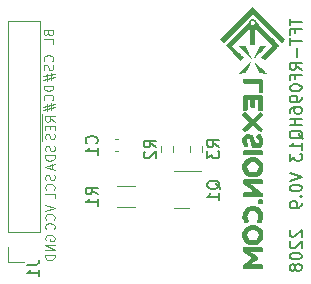
<source format=gbo>
%TF.GenerationSoftware,KiCad,Pcbnew,(6.0.1)*%
%TF.CreationDate,2022-02-20T00:37:46+08:00*%
%TF.ProjectId,PCB_TFT_RF096HQ13,5043425f-5446-4545-9f52-463039364851,V0.9*%
%TF.SameCoordinates,Original*%
%TF.FileFunction,Legend,Bot*%
%TF.FilePolarity,Positive*%
%FSLAX46Y46*%
G04 Gerber Fmt 4.6, Leading zero omitted, Abs format (unit mm)*
G04 Created by KiCad (PCBNEW (6.0.1)) date 2022-02-20 00:37:46*
%MOMM*%
%LPD*%
G01*
G04 APERTURE LIST*
%ADD10C,0.120000*%
%ADD11C,0.150000*%
G04 APERTURE END LIST*
D10*
X104692000Y-58115342D02*
X104692000Y-58915342D01*
X105717904Y-58762961D02*
X105336952Y-58496295D01*
X105717904Y-58305819D02*
X104917904Y-58305819D01*
X104917904Y-58610580D01*
X104956000Y-58686771D01*
X104994095Y-58724866D01*
X105070285Y-58762961D01*
X105184571Y-58762961D01*
X105260761Y-58724866D01*
X105298857Y-58686771D01*
X105336952Y-58610580D01*
X105336952Y-58305819D01*
X104692000Y-58915342D02*
X104692000Y-59639152D01*
X105298857Y-59105819D02*
X105298857Y-59372485D01*
X105717904Y-59486771D02*
X105717904Y-59105819D01*
X104917904Y-59105819D01*
X104917904Y-59486771D01*
X104692000Y-59639152D02*
X104692000Y-60401057D01*
X105679809Y-59791533D02*
X105717904Y-59905819D01*
X105717904Y-60096295D01*
X105679809Y-60172485D01*
X105641714Y-60210580D01*
X105565523Y-60248676D01*
X105489333Y-60248676D01*
X105413142Y-60210580D01*
X105375047Y-60172485D01*
X105336952Y-60096295D01*
X105298857Y-59943914D01*
X105260761Y-59867723D01*
X105222666Y-59829628D01*
X105146476Y-59791533D01*
X105070285Y-59791533D01*
X104994095Y-59829628D01*
X104956000Y-59867723D01*
X104917904Y-59943914D01*
X104917904Y-60134390D01*
X104956000Y-60248676D01*
X104956000Y-68808676D02*
X104917904Y-68732485D01*
X104917904Y-68618200D01*
X104956000Y-68503914D01*
X105032190Y-68427723D01*
X105108380Y-68389628D01*
X105260761Y-68351533D01*
X105375047Y-68351533D01*
X105527428Y-68389628D01*
X105603619Y-68427723D01*
X105679809Y-68503914D01*
X105717904Y-68618200D01*
X105717904Y-68694390D01*
X105679809Y-68808676D01*
X105641714Y-68846771D01*
X105375047Y-68846771D01*
X105375047Y-68694390D01*
X105717904Y-69189628D02*
X104917904Y-69189628D01*
X105717904Y-69646771D01*
X104917904Y-69646771D01*
X105717904Y-70027723D02*
X104917904Y-70027723D01*
X104917904Y-70218200D01*
X104956000Y-70332485D01*
X105032190Y-70408676D01*
X105108380Y-70446771D01*
X105260761Y-70484866D01*
X105375047Y-70484866D01*
X105527428Y-70446771D01*
X105603619Y-70408676D01*
X105679809Y-70332485D01*
X105717904Y-70218200D01*
X105717904Y-70027723D01*
X105514714Y-53644866D02*
X105552809Y-53606771D01*
X105590904Y-53492485D01*
X105590904Y-53416295D01*
X105552809Y-53302009D01*
X105476619Y-53225819D01*
X105400428Y-53187723D01*
X105248047Y-53149628D01*
X105133761Y-53149628D01*
X104981380Y-53187723D01*
X104905190Y-53225819D01*
X104829000Y-53302009D01*
X104790904Y-53416295D01*
X104790904Y-53492485D01*
X104829000Y-53606771D01*
X104867095Y-53644866D01*
X105552809Y-53949628D02*
X105590904Y-54063914D01*
X105590904Y-54254390D01*
X105552809Y-54330580D01*
X105514714Y-54368676D01*
X105438523Y-54406771D01*
X105362333Y-54406771D01*
X105286142Y-54368676D01*
X105248047Y-54330580D01*
X105209952Y-54254390D01*
X105171857Y-54102009D01*
X105133761Y-54025819D01*
X105095666Y-53987723D01*
X105019476Y-53949628D01*
X104943285Y-53949628D01*
X104867095Y-53987723D01*
X104829000Y-54025819D01*
X104790904Y-54102009D01*
X104790904Y-54292485D01*
X104829000Y-54406771D01*
X105057571Y-54711533D02*
X105057571Y-55282961D01*
X104714714Y-54940104D02*
X105743285Y-54711533D01*
X105400428Y-55206771D02*
X105400428Y-54635342D01*
X105743285Y-54978200D02*
X104714714Y-55206771D01*
X105679809Y-60826771D02*
X105717904Y-60941057D01*
X105717904Y-61131533D01*
X105679809Y-61207723D01*
X105641714Y-61245819D01*
X105565523Y-61283914D01*
X105489333Y-61283914D01*
X105413142Y-61245819D01*
X105375047Y-61207723D01*
X105336952Y-61131533D01*
X105298857Y-60979152D01*
X105260761Y-60902961D01*
X105222666Y-60864866D01*
X105146476Y-60826771D01*
X105070285Y-60826771D01*
X104994095Y-60864866D01*
X104956000Y-60902961D01*
X104917904Y-60979152D01*
X104917904Y-61169628D01*
X104956000Y-61283914D01*
X105717904Y-61626771D02*
X104917904Y-61626771D01*
X104917904Y-61817247D01*
X104956000Y-61931533D01*
X105032190Y-62007723D01*
X105108380Y-62045819D01*
X105260761Y-62083914D01*
X105375047Y-62083914D01*
X105527428Y-62045819D01*
X105603619Y-62007723D01*
X105679809Y-61931533D01*
X105717904Y-61817247D01*
X105717904Y-61626771D01*
X105489333Y-62388676D02*
X105489333Y-62769628D01*
X105717904Y-62312485D02*
X104917904Y-62579152D01*
X105717904Y-62845819D01*
X105590904Y-55708676D02*
X104790904Y-55708676D01*
X104790904Y-55899152D01*
X104829000Y-56013438D01*
X104905190Y-56089628D01*
X104981380Y-56127723D01*
X105133761Y-56165819D01*
X105248047Y-56165819D01*
X105400428Y-56127723D01*
X105476619Y-56089628D01*
X105552809Y-56013438D01*
X105590904Y-55899152D01*
X105590904Y-55708676D01*
X105514714Y-56965819D02*
X105552809Y-56927723D01*
X105590904Y-56813438D01*
X105590904Y-56737247D01*
X105552809Y-56622961D01*
X105476619Y-56546771D01*
X105400428Y-56508676D01*
X105248047Y-56470580D01*
X105133761Y-56470580D01*
X104981380Y-56508676D01*
X104905190Y-56546771D01*
X104829000Y-56622961D01*
X104790904Y-56737247D01*
X104790904Y-56813438D01*
X104829000Y-56927723D01*
X104867095Y-56965819D01*
X105057571Y-57270580D02*
X105057571Y-57842009D01*
X104714714Y-57499152D02*
X105743285Y-57270580D01*
X105400428Y-57765819D02*
X105400428Y-57194390D01*
X105743285Y-57537247D02*
X104714714Y-57765819D01*
D11*
X125636380Y-50043771D02*
X125636380Y-50615200D01*
X126636380Y-50329485D02*
X125636380Y-50329485D01*
X126112571Y-51281866D02*
X126112571Y-50948533D01*
X126636380Y-50948533D02*
X125636380Y-50948533D01*
X125636380Y-51424723D01*
X125636380Y-51662819D02*
X125636380Y-52234247D01*
X126636380Y-51948533D02*
X125636380Y-51948533D01*
X126255428Y-52567580D02*
X126255428Y-53329485D01*
X126636380Y-54377104D02*
X126160190Y-54043771D01*
X126636380Y-53805676D02*
X125636380Y-53805676D01*
X125636380Y-54186628D01*
X125684000Y-54281866D01*
X125731619Y-54329485D01*
X125826857Y-54377104D01*
X125969714Y-54377104D01*
X126064952Y-54329485D01*
X126112571Y-54281866D01*
X126160190Y-54186628D01*
X126160190Y-53805676D01*
X126112571Y-55139009D02*
X126112571Y-54805676D01*
X126636380Y-54805676D02*
X125636380Y-54805676D01*
X125636380Y-55281866D01*
X125636380Y-55853295D02*
X125636380Y-55948533D01*
X125684000Y-56043771D01*
X125731619Y-56091390D01*
X125826857Y-56139009D01*
X126017333Y-56186628D01*
X126255428Y-56186628D01*
X126445904Y-56139009D01*
X126541142Y-56091390D01*
X126588761Y-56043771D01*
X126636380Y-55948533D01*
X126636380Y-55853295D01*
X126588761Y-55758057D01*
X126541142Y-55710438D01*
X126445904Y-55662819D01*
X126255428Y-55615200D01*
X126017333Y-55615200D01*
X125826857Y-55662819D01*
X125731619Y-55710438D01*
X125684000Y-55758057D01*
X125636380Y-55853295D01*
X126636380Y-56662819D02*
X126636380Y-56853295D01*
X126588761Y-56948533D01*
X126541142Y-56996152D01*
X126398285Y-57091390D01*
X126207809Y-57139009D01*
X125826857Y-57139009D01*
X125731619Y-57091390D01*
X125684000Y-57043771D01*
X125636380Y-56948533D01*
X125636380Y-56758057D01*
X125684000Y-56662819D01*
X125731619Y-56615200D01*
X125826857Y-56567580D01*
X126064952Y-56567580D01*
X126160190Y-56615200D01*
X126207809Y-56662819D01*
X126255428Y-56758057D01*
X126255428Y-56948533D01*
X126207809Y-57043771D01*
X126160190Y-57091390D01*
X126064952Y-57139009D01*
X125636380Y-57996152D02*
X125636380Y-57805676D01*
X125684000Y-57710438D01*
X125731619Y-57662819D01*
X125874476Y-57567580D01*
X126064952Y-57519961D01*
X126445904Y-57519961D01*
X126541142Y-57567580D01*
X126588761Y-57615200D01*
X126636380Y-57710438D01*
X126636380Y-57900914D01*
X126588761Y-57996152D01*
X126541142Y-58043771D01*
X126445904Y-58091390D01*
X126207809Y-58091390D01*
X126112571Y-58043771D01*
X126064952Y-57996152D01*
X126017333Y-57900914D01*
X126017333Y-57710438D01*
X126064952Y-57615200D01*
X126112571Y-57567580D01*
X126207809Y-57519961D01*
X126636380Y-58519961D02*
X125636380Y-58519961D01*
X126112571Y-58519961D02*
X126112571Y-59091390D01*
X126636380Y-59091390D02*
X125636380Y-59091390D01*
X126731619Y-60234247D02*
X126684000Y-60139009D01*
X126588761Y-60043771D01*
X126445904Y-59900914D01*
X126398285Y-59805676D01*
X126398285Y-59710438D01*
X126636380Y-59758057D02*
X126588761Y-59662819D01*
X126493523Y-59567580D01*
X126303047Y-59519961D01*
X125969714Y-59519961D01*
X125779238Y-59567580D01*
X125684000Y-59662819D01*
X125636380Y-59758057D01*
X125636380Y-59948533D01*
X125684000Y-60043771D01*
X125779238Y-60139009D01*
X125969714Y-60186628D01*
X126303047Y-60186628D01*
X126493523Y-60139009D01*
X126588761Y-60043771D01*
X126636380Y-59948533D01*
X126636380Y-59758057D01*
X126636380Y-61139009D02*
X126636380Y-60567580D01*
X126636380Y-60853295D02*
X125636380Y-60853295D01*
X125779238Y-60758057D01*
X125874476Y-60662819D01*
X125922095Y-60567580D01*
X125636380Y-61472342D02*
X125636380Y-62091390D01*
X126017333Y-61758057D01*
X126017333Y-61900914D01*
X126064952Y-61996152D01*
X126112571Y-62043771D01*
X126207809Y-62091390D01*
X126445904Y-62091390D01*
X126541142Y-62043771D01*
X126588761Y-61996152D01*
X126636380Y-61900914D01*
X126636380Y-61615200D01*
X126588761Y-61519961D01*
X126541142Y-61472342D01*
X125636380Y-63139009D02*
X126636380Y-63472342D01*
X125636380Y-63805676D01*
X125636380Y-64329485D02*
X125636380Y-64424723D01*
X125684000Y-64519961D01*
X125731619Y-64567580D01*
X125826857Y-64615200D01*
X126017333Y-64662819D01*
X126255428Y-64662819D01*
X126445904Y-64615200D01*
X126541142Y-64567580D01*
X126588761Y-64519961D01*
X126636380Y-64424723D01*
X126636380Y-64329485D01*
X126588761Y-64234247D01*
X126541142Y-64186628D01*
X126445904Y-64139009D01*
X126255428Y-64091390D01*
X126017333Y-64091390D01*
X125826857Y-64139009D01*
X125731619Y-64186628D01*
X125684000Y-64234247D01*
X125636380Y-64329485D01*
X126541142Y-65091390D02*
X126588761Y-65139009D01*
X126636380Y-65091390D01*
X126588761Y-65043771D01*
X126541142Y-65091390D01*
X126636380Y-65091390D01*
X126636380Y-65615200D02*
X126636380Y-65805676D01*
X126588761Y-65900914D01*
X126541142Y-65948533D01*
X126398285Y-66043771D01*
X126207809Y-66091390D01*
X125826857Y-66091390D01*
X125731619Y-66043771D01*
X125684000Y-65996152D01*
X125636380Y-65900914D01*
X125636380Y-65710438D01*
X125684000Y-65615200D01*
X125731619Y-65567580D01*
X125826857Y-65519961D01*
X126064952Y-65519961D01*
X126160190Y-65567580D01*
X126207809Y-65615200D01*
X126255428Y-65710438D01*
X126255428Y-65900914D01*
X126207809Y-65996152D01*
X126160190Y-66043771D01*
X126064952Y-66091390D01*
D10*
X104917904Y-65811533D02*
X105717904Y-66078200D01*
X104917904Y-66344866D01*
X105641714Y-67068676D02*
X105679809Y-67030580D01*
X105717904Y-66916295D01*
X105717904Y-66840104D01*
X105679809Y-66725819D01*
X105603619Y-66649628D01*
X105527428Y-66611533D01*
X105375047Y-66573438D01*
X105260761Y-66573438D01*
X105108380Y-66611533D01*
X105032190Y-66649628D01*
X104956000Y-66725819D01*
X104917904Y-66840104D01*
X104917904Y-66916295D01*
X104956000Y-67030580D01*
X104994095Y-67068676D01*
X105641714Y-67868676D02*
X105679809Y-67830580D01*
X105717904Y-67716295D01*
X105717904Y-67640104D01*
X105679809Y-67525819D01*
X105603619Y-67449628D01*
X105527428Y-67411533D01*
X105375047Y-67373438D01*
X105260761Y-67373438D01*
X105108380Y-67411533D01*
X105032190Y-67449628D01*
X104956000Y-67525819D01*
X104917904Y-67640104D01*
X104917904Y-67716295D01*
X104956000Y-67830580D01*
X104994095Y-67868676D01*
X105679809Y-63258819D02*
X105717904Y-63373104D01*
X105717904Y-63563580D01*
X105679809Y-63639771D01*
X105641714Y-63677866D01*
X105565523Y-63715961D01*
X105489333Y-63715961D01*
X105413142Y-63677866D01*
X105375047Y-63639771D01*
X105336952Y-63563580D01*
X105298857Y-63411200D01*
X105260761Y-63335009D01*
X105222666Y-63296914D01*
X105146476Y-63258819D01*
X105070285Y-63258819D01*
X104994095Y-63296914D01*
X104956000Y-63335009D01*
X104917904Y-63411200D01*
X104917904Y-63601676D01*
X104956000Y-63715961D01*
X105641714Y-64515961D02*
X105679809Y-64477866D01*
X105717904Y-64363580D01*
X105717904Y-64287390D01*
X105679809Y-64173104D01*
X105603619Y-64096914D01*
X105527428Y-64058819D01*
X105375047Y-64020723D01*
X105260761Y-64020723D01*
X105108380Y-64058819D01*
X105032190Y-64096914D01*
X104956000Y-64173104D01*
X104917904Y-64287390D01*
X104917904Y-64363580D01*
X104956000Y-64477866D01*
X104994095Y-64515961D01*
X105717904Y-65239771D02*
X105717904Y-64858819D01*
X104917904Y-64858819D01*
D11*
X125731619Y-67957914D02*
X125684000Y-68005533D01*
X125636380Y-68100771D01*
X125636380Y-68338866D01*
X125684000Y-68434104D01*
X125731619Y-68481723D01*
X125826857Y-68529342D01*
X125922095Y-68529342D01*
X126064952Y-68481723D01*
X126636380Y-67910295D01*
X126636380Y-68529342D01*
X125731619Y-68910295D02*
X125684000Y-68957914D01*
X125636380Y-69053152D01*
X125636380Y-69291247D01*
X125684000Y-69386485D01*
X125731619Y-69434104D01*
X125826857Y-69481723D01*
X125922095Y-69481723D01*
X126064952Y-69434104D01*
X126636380Y-68862676D01*
X126636380Y-69481723D01*
X125636380Y-70100771D02*
X125636380Y-70196009D01*
X125684000Y-70291247D01*
X125731619Y-70338866D01*
X125826857Y-70386485D01*
X126017333Y-70434104D01*
X126255428Y-70434104D01*
X126445904Y-70386485D01*
X126541142Y-70338866D01*
X126588761Y-70291247D01*
X126636380Y-70196009D01*
X126636380Y-70100771D01*
X126588761Y-70005533D01*
X126541142Y-69957914D01*
X126445904Y-69910295D01*
X126255428Y-69862676D01*
X126017333Y-69862676D01*
X125826857Y-69910295D01*
X125731619Y-69957914D01*
X125684000Y-70005533D01*
X125636380Y-70100771D01*
X126064952Y-71005533D02*
X126017333Y-70910295D01*
X125969714Y-70862676D01*
X125874476Y-70815057D01*
X125826857Y-70815057D01*
X125731619Y-70862676D01*
X125684000Y-70910295D01*
X125636380Y-71005533D01*
X125636380Y-71196009D01*
X125684000Y-71291247D01*
X125731619Y-71338866D01*
X125826857Y-71386485D01*
X125874476Y-71386485D01*
X125969714Y-71338866D01*
X126017333Y-71291247D01*
X126064952Y-71196009D01*
X126064952Y-71005533D01*
X126112571Y-70910295D01*
X126160190Y-70862676D01*
X126255428Y-70815057D01*
X126445904Y-70815057D01*
X126541142Y-70862676D01*
X126588761Y-70910295D01*
X126636380Y-71005533D01*
X126636380Y-71196009D01*
X126588761Y-71291247D01*
X126541142Y-71338866D01*
X126445904Y-71386485D01*
X126255428Y-71386485D01*
X126160190Y-71338866D01*
X126112571Y-71291247D01*
X126064952Y-71196009D01*
D10*
X105171857Y-51244533D02*
X105209952Y-51358819D01*
X105248047Y-51396914D01*
X105324238Y-51435009D01*
X105438523Y-51435009D01*
X105514714Y-51396914D01*
X105552809Y-51358819D01*
X105590904Y-51282628D01*
X105590904Y-50977866D01*
X104790904Y-50977866D01*
X104790904Y-51244533D01*
X104829000Y-51320723D01*
X104867095Y-51358819D01*
X104943285Y-51396914D01*
X105019476Y-51396914D01*
X105095666Y-51358819D01*
X105133761Y-51320723D01*
X105171857Y-51244533D01*
X105171857Y-50977866D01*
X105590904Y-52158819D02*
X105590904Y-51777866D01*
X104790904Y-51777866D01*
D11*
%TO.C,C1*%
X109269142Y-60615533D02*
X109316761Y-60567914D01*
X109364380Y-60425057D01*
X109364380Y-60329819D01*
X109316761Y-60186961D01*
X109221523Y-60091723D01*
X109126285Y-60044104D01*
X108935809Y-59996485D01*
X108792952Y-59996485D01*
X108602476Y-60044104D01*
X108507238Y-60091723D01*
X108412000Y-60186961D01*
X108364380Y-60329819D01*
X108364380Y-60425057D01*
X108412000Y-60567914D01*
X108459619Y-60615533D01*
X109364380Y-61567914D02*
X109364380Y-60996485D01*
X109364380Y-61282200D02*
X108364380Y-61282200D01*
X108507238Y-61186961D01*
X108602476Y-61091723D01*
X108650095Y-60996485D01*
%TO.C,R2*%
X114284380Y-60933533D02*
X113808190Y-60600200D01*
X114284380Y-60362104D02*
X113284380Y-60362104D01*
X113284380Y-60743057D01*
X113332000Y-60838295D01*
X113379619Y-60885914D01*
X113474857Y-60933533D01*
X113617714Y-60933533D01*
X113712952Y-60885914D01*
X113760571Y-60838295D01*
X113808190Y-60743057D01*
X113808190Y-60362104D01*
X113379619Y-61314485D02*
X113332000Y-61362104D01*
X113284380Y-61457342D01*
X113284380Y-61695438D01*
X113332000Y-61790676D01*
X113379619Y-61838295D01*
X113474857Y-61885914D01*
X113570095Y-61885914D01*
X113712952Y-61838295D01*
X114284380Y-61266866D01*
X114284380Y-61885914D01*
%TO.C,J1*%
X103411380Y-70862866D02*
X104125666Y-70862866D01*
X104268523Y-70815247D01*
X104363761Y-70720009D01*
X104411380Y-70577152D01*
X104411380Y-70481914D01*
X104411380Y-71862866D02*
X104411380Y-71291438D01*
X104411380Y-71577152D02*
X103411380Y-71577152D01*
X103554238Y-71481914D01*
X103649476Y-71386676D01*
X103697095Y-71291438D01*
%TO.C,Q1*%
X119746619Y-64496961D02*
X119699000Y-64401723D01*
X119603761Y-64306485D01*
X119460904Y-64163628D01*
X119413285Y-64068390D01*
X119413285Y-63973152D01*
X119651380Y-64020771D02*
X119603761Y-63925533D01*
X119508523Y-63830295D01*
X119318047Y-63782676D01*
X118984714Y-63782676D01*
X118794238Y-63830295D01*
X118699000Y-63925533D01*
X118651380Y-64020771D01*
X118651380Y-64211247D01*
X118699000Y-64306485D01*
X118794238Y-64401723D01*
X118984714Y-64449342D01*
X119318047Y-64449342D01*
X119508523Y-64401723D01*
X119603761Y-64306485D01*
X119651380Y-64211247D01*
X119651380Y-64020771D01*
X119651380Y-65401723D02*
X119651380Y-64830295D01*
X119651380Y-65116009D02*
X118651380Y-65116009D01*
X118794238Y-65020771D01*
X118889476Y-64925533D01*
X118937095Y-64830295D01*
%TO.C,R1*%
X109364380Y-64933533D02*
X108888190Y-64600200D01*
X109364380Y-64362104D02*
X108364380Y-64362104D01*
X108364380Y-64743057D01*
X108412000Y-64838295D01*
X108459619Y-64885914D01*
X108554857Y-64933533D01*
X108697714Y-64933533D01*
X108792952Y-64885914D01*
X108840571Y-64838295D01*
X108888190Y-64743057D01*
X108888190Y-64362104D01*
X109364380Y-65885914D02*
X109364380Y-65314485D01*
X109364380Y-65600200D02*
X108364380Y-65600200D01*
X108507238Y-65504961D01*
X108602476Y-65409723D01*
X108650095Y-65314485D01*
%TO.C,R3*%
X119651380Y-60932533D02*
X119175190Y-60599200D01*
X119651380Y-60361104D02*
X118651380Y-60361104D01*
X118651380Y-60742057D01*
X118699000Y-60837295D01*
X118746619Y-60884914D01*
X118841857Y-60932533D01*
X118984714Y-60932533D01*
X119079952Y-60884914D01*
X119127571Y-60837295D01*
X119175190Y-60742057D01*
X119175190Y-60361104D01*
X118651380Y-61265866D02*
X118651380Y-61884914D01*
X119032333Y-61551580D01*
X119032333Y-61694438D01*
X119079952Y-61789676D01*
X119127571Y-61837295D01*
X119222809Y-61884914D01*
X119460904Y-61884914D01*
X119556142Y-61837295D01*
X119603761Y-61789676D01*
X119651380Y-61694438D01*
X119651380Y-61408723D01*
X119603761Y-61313485D01*
X119556142Y-61265866D01*
D10*
%TO.C,C1*%
X111097580Y-60272200D02*
X110816420Y-60272200D01*
X111097580Y-61292200D02*
X110816420Y-61292200D01*
%TO.C,kibuzzard-6211093F*%
G36*
X123291575Y-55134669D02*
G01*
X123359441Y-55197772D01*
X123382063Y-55329931D01*
X123382063Y-56187181D01*
X123358250Y-56311006D01*
X123305863Y-56351487D01*
X123204659Y-56363394D01*
X123103456Y-56351487D01*
X123047497Y-56303862D01*
X123029638Y-56189562D01*
X123029638Y-55541862D01*
X121848537Y-55541862D01*
X121724712Y-55529956D01*
X121658633Y-55465067D01*
X121636606Y-55332312D01*
X121652680Y-55209678D01*
X121700900Y-55146575D01*
X121764003Y-55123953D01*
X121846156Y-55120381D01*
X123170131Y-55120381D01*
X123291575Y-55134669D01*
G37*
G36*
X123253475Y-69392403D02*
G01*
X123315388Y-69415025D01*
X123363608Y-69478128D01*
X123379681Y-69596000D01*
X123363608Y-69717444D01*
X123315388Y-69781738D01*
X123254666Y-69804359D01*
X123172513Y-69807931D01*
X122370031Y-69807931D01*
X122429265Y-69851984D01*
X122578391Y-69960331D01*
X122738827Y-70077608D01*
X122831994Y-70148450D01*
X122858188Y-70167500D01*
X122907003Y-70230603D01*
X122932006Y-70328234D01*
X122904622Y-70428247D01*
X122861759Y-70486588D01*
X122805800Y-70529450D01*
X122735255Y-70581242D01*
X122604584Y-70674706D01*
X122465579Y-70775314D01*
X122370031Y-70848538D01*
X123167750Y-70848538D01*
X123291575Y-70860444D01*
X123339200Y-70893781D01*
X123367775Y-70955694D01*
X123379681Y-71065231D01*
X123365394Y-71179531D01*
X123302886Y-71247397D01*
X123172513Y-71270019D01*
X121850919Y-71270019D01*
X121767575Y-71266447D01*
X121703281Y-71243825D01*
X121655061Y-71181020D01*
X121638987Y-71059278D01*
X121655061Y-70935751D01*
X121703281Y-70867588D01*
X121786434Y-70802532D01*
X121898734Y-70715950D01*
X122040180Y-70607841D01*
X122210773Y-70478206D01*
X122410512Y-70327044D01*
X121700900Y-69786500D01*
X121686612Y-69772213D01*
X121654466Y-69711491D01*
X121638987Y-69600763D01*
X121654466Y-69479319D01*
X121700900Y-69415025D01*
X121764003Y-69392403D01*
X121846156Y-69388831D01*
X123167750Y-69388831D01*
X123253475Y-69392403D01*
G37*
G36*
X123253475Y-63651209D02*
G01*
X123317769Y-63673831D01*
X123365989Y-63735744D01*
X123382063Y-63854806D01*
X123365989Y-63977441D01*
X123317769Y-64040544D01*
X123255856Y-64063166D01*
X123172513Y-64066738D01*
X122389081Y-64066738D01*
X122475865Y-64133280D01*
X122590165Y-64220196D01*
X122731981Y-64327484D01*
X122901315Y-64455146D01*
X123098165Y-64603180D01*
X123322531Y-64771588D01*
X123367775Y-64831119D01*
X123382063Y-64959706D01*
X123365989Y-65082341D01*
X123317769Y-65145444D01*
X123255856Y-65168066D01*
X123172513Y-65171638D01*
X121850919Y-65171638D01*
X121729475Y-65157350D01*
X121679469Y-65127584D01*
X121650894Y-65065672D01*
X121638987Y-64956134D01*
X121653275Y-64843025D01*
X121709234Y-64775159D01*
X121841394Y-64752538D01*
X122646256Y-64752538D01*
X122560333Y-64686921D01*
X122448612Y-64602783D01*
X122311095Y-64500125D01*
X122147781Y-64378946D01*
X121958670Y-64239246D01*
X121743762Y-64081025D01*
X121681850Y-64026256D01*
X121652084Y-63967916D01*
X121638987Y-63854806D01*
X121653275Y-63738125D01*
X121709234Y-63670259D01*
X121841394Y-63647638D01*
X123170131Y-63647638D01*
X123253475Y-63651209D01*
G37*
G36*
X123291575Y-61204475D02*
G01*
X123359441Y-61267578D01*
X123382063Y-61399737D01*
X123365989Y-61522372D01*
X123317769Y-61585475D01*
X123255856Y-61608097D01*
X123172513Y-61611669D01*
X121848537Y-61611669D01*
X121724712Y-61599762D01*
X121658633Y-61534873D01*
X121636606Y-61402119D01*
X121652680Y-61279484D01*
X121700900Y-61216381D01*
X121764003Y-61193759D01*
X121846156Y-61190188D01*
X123170131Y-61190188D01*
X123291575Y-61204475D01*
G37*
G36*
X123291575Y-56532462D02*
G01*
X123359441Y-56595566D01*
X123382063Y-56727725D01*
X123382063Y-57670700D01*
X123367775Y-57794525D01*
X123304672Y-57860605D01*
X123172513Y-57882631D01*
X123049878Y-57866558D01*
X122986775Y-57818337D01*
X122964153Y-57755234D01*
X122960581Y-57673081D01*
X122960581Y-56939656D01*
X122720075Y-56939656D01*
X122720075Y-57406381D01*
X122705788Y-57530206D01*
X122642684Y-57598072D01*
X122510525Y-57620694D01*
X122387891Y-57604620D01*
X122324787Y-57556400D01*
X122302166Y-57493297D01*
X122298594Y-57411144D01*
X122298594Y-56939656D01*
X122058087Y-56939656D01*
X122058087Y-57670700D01*
X122043800Y-57794525D01*
X121980697Y-57860605D01*
X121848537Y-57882631D01*
X121725903Y-57866558D01*
X121662800Y-57818337D01*
X121640178Y-57755234D01*
X121636606Y-57673081D01*
X121636606Y-56734869D01*
X121680659Y-56563419D01*
X121846156Y-56518175D01*
X123170131Y-56518175D01*
X123291575Y-56532462D01*
G37*
G36*
X123339200Y-65372853D02*
G01*
X123373133Y-65443695D01*
X123384444Y-65563353D01*
X123367180Y-65680332D01*
X123315388Y-65743138D01*
X123249903Y-65768141D01*
X123165369Y-65771713D01*
X123155844Y-65771713D01*
X122989156Y-65731231D01*
X122951652Y-65654138D01*
X122939150Y-65532397D01*
X122957009Y-65415418D01*
X123010588Y-65352613D01*
X123074881Y-65329991D01*
X123158225Y-65326419D01*
X123167750Y-65326419D01*
X123339200Y-65372853D01*
G37*
G36*
X123321341Y-58071941D02*
G01*
X123405875Y-58226722D01*
X123310625Y-58373169D01*
X122791513Y-58825606D01*
X123310625Y-59278044D01*
X123405875Y-59424491D01*
X123322531Y-59579272D01*
X123177275Y-59670950D01*
X123024875Y-59589987D01*
X122498619Y-59111356D01*
X121972362Y-59589987D01*
X121822344Y-59670950D01*
X121674706Y-59578081D01*
X121591362Y-59424491D01*
X121686612Y-59278044D01*
X122205725Y-58825606D01*
X121686612Y-58373169D01*
X121591362Y-58226722D01*
X121675897Y-58070750D01*
X121822344Y-57977881D01*
X121972362Y-58061225D01*
X122498619Y-58539856D01*
X123024875Y-58061225D01*
X123177275Y-57977881D01*
X123321341Y-58071941D01*
G37*
G36*
X122679891Y-65906551D02*
G01*
X122845091Y-65953878D01*
X122989156Y-66025613D01*
X123104647Y-66114613D01*
X123198111Y-66218495D01*
X123276097Y-66334878D01*
X123336223Y-66455727D01*
X123376109Y-66573003D01*
X123398434Y-66687898D01*
X123405875Y-66801603D01*
X123396350Y-66916796D01*
X123367775Y-67036156D01*
X123305863Y-67196891D01*
X123255856Y-67279044D01*
X123196325Y-67354053D01*
X123112981Y-67386200D01*
X122979631Y-67333813D01*
X122879619Y-67251064D01*
X122846281Y-67174269D01*
X122893906Y-67059969D01*
X122924863Y-67017106D01*
X122962963Y-66923047D01*
X122982013Y-66783744D01*
X122955819Y-66629558D01*
X122877238Y-66481325D01*
X122727219Y-66359881D01*
X122625718Y-66324163D01*
X122511716Y-66312256D01*
X122397713Y-66324163D01*
X122296212Y-66359881D01*
X122148575Y-66478944D01*
X122068208Y-66630153D01*
X122041419Y-66783744D01*
X122061659Y-66933763D01*
X122122381Y-67050444D01*
X122174769Y-67171888D01*
X122142622Y-67250469D01*
X122046181Y-67338575D01*
X121914022Y-67388581D01*
X121800912Y-67326669D01*
X121758050Y-67259994D01*
X121724712Y-67202844D01*
X121654466Y-67027822D01*
X121628570Y-66913224D01*
X121619937Y-66800413D01*
X121634225Y-66643515D01*
X121677087Y-66487146D01*
X121748525Y-66331306D01*
X121823237Y-66214327D01*
X121914022Y-66111041D01*
X122025941Y-66023232D01*
X122164053Y-65952688D01*
X122323895Y-65906253D01*
X122501000Y-65890775D01*
X122679891Y-65906551D01*
G37*
G36*
X123136794Y-59828112D02*
G01*
X123162988Y-59849544D01*
X123235616Y-59918600D01*
X123310625Y-60025756D01*
X123378491Y-60187681D01*
X123399029Y-60290670D01*
X123405875Y-60399612D01*
X123391852Y-60542752D01*
X123349783Y-60680071D01*
X123279669Y-60811569D01*
X123201980Y-60902056D01*
X123097503Y-60973494D01*
X122970404Y-61019928D01*
X122824850Y-61035406D01*
X122682273Y-61020226D01*
X122564103Y-60974684D01*
X122473913Y-60906521D01*
X122415275Y-60823475D01*
X122375687Y-60728820D01*
X122342647Y-60625831D01*
X122316751Y-60522842D01*
X122298594Y-60428187D01*
X122243825Y-60276978D01*
X122137859Y-60216256D01*
X122035466Y-60267453D01*
X121998556Y-60396041D01*
X122029512Y-60523437D01*
X122060469Y-60560347D01*
X122084281Y-60587731D01*
X122131906Y-60711556D01*
X122102141Y-60796091D01*
X122012844Y-60878244D01*
X121881875Y-60935394D01*
X121765194Y-60861575D01*
X121719950Y-60802044D01*
X121644941Y-60638928D01*
X121617259Y-60514805D01*
X121608031Y-60378181D01*
X121625361Y-60211361D01*
X121677352Y-60069677D01*
X121764003Y-59953128D01*
X121873937Y-59866477D01*
X121995778Y-59814486D01*
X122129525Y-59797156D01*
X122270912Y-59812337D01*
X122390272Y-59857878D01*
X122484034Y-59926041D01*
X122548625Y-60009087D01*
X122595357Y-60103147D01*
X122635541Y-60204350D01*
X122667390Y-60305553D01*
X122689119Y-60399612D01*
X122742697Y-60550822D01*
X122834375Y-60611544D01*
X122934917Y-60586937D01*
X122995242Y-60513119D01*
X123015350Y-60390087D01*
X122978441Y-60275787D01*
X122901050Y-60180537D01*
X122811753Y-60074572D01*
X122781988Y-59994800D01*
X122839138Y-59868594D01*
X122929327Y-59791798D01*
X122999872Y-59766200D01*
X123136794Y-59828112D01*
G37*
G36*
X121681850Y-68043425D02*
G01*
X121761027Y-67897573D01*
X121865206Y-67769581D01*
X121995877Y-67662425D01*
X122154528Y-67579081D01*
X122333420Y-67525503D01*
X122524813Y-67507644D01*
X122699537Y-67523494D01*
X122861759Y-67571045D01*
X123011480Y-67650296D01*
X123148700Y-67761247D01*
X123263298Y-67894820D01*
X123345153Y-68041937D01*
X123394266Y-68202597D01*
X123410638Y-68376800D01*
X123394043Y-68550631D01*
X123344260Y-68710175D01*
X123261288Y-68855431D01*
X123145128Y-68986400D01*
X123005379Y-69094747D01*
X122851639Y-69172138D01*
X122683910Y-69218572D01*
X122502191Y-69234050D01*
X122321141Y-69217828D01*
X122155421Y-69169161D01*
X122005030Y-69088050D01*
X121869969Y-68974494D01*
X121758496Y-68838911D01*
X121678873Y-68691720D01*
X121631100Y-68532921D01*
X121615843Y-68369656D01*
X122036656Y-68369656D01*
X122069398Y-68530688D01*
X122167625Y-68675647D01*
X122264462Y-68751715D01*
X122380350Y-68797355D01*
X122515288Y-68812569D01*
X122649960Y-68797488D01*
X122765054Y-68752244D01*
X122860569Y-68676838D01*
X122957009Y-68532772D01*
X122989156Y-68372038D01*
X122956116Y-68211005D01*
X122856997Y-68066047D01*
X122760027Y-67989979D01*
X122645330Y-67944339D01*
X122512906Y-67929125D01*
X122380482Y-67944206D01*
X122265785Y-67989450D01*
X122168816Y-68064856D01*
X122069696Y-68208922D01*
X122036656Y-68369656D01*
X121615843Y-68369656D01*
X121615175Y-68362513D01*
X121631844Y-68200588D01*
X121681850Y-68043425D01*
G37*
G36*
X121681850Y-62302231D02*
G01*
X121761027Y-62156380D01*
X121865206Y-62028387D01*
X121995877Y-61921231D01*
X122154528Y-61837887D01*
X122333420Y-61784309D01*
X122524813Y-61766450D01*
X122699537Y-61782300D01*
X122861759Y-61829851D01*
X123011480Y-61909102D01*
X123148700Y-62020053D01*
X123263298Y-62153626D01*
X123345153Y-62300743D01*
X123394266Y-62461403D01*
X123410638Y-62635606D01*
X123394043Y-62809437D01*
X123344260Y-62968981D01*
X123261288Y-63114237D01*
X123145128Y-63245206D01*
X123005379Y-63353553D01*
X122851639Y-63430944D01*
X122683910Y-63477378D01*
X122502191Y-63492856D01*
X122321141Y-63476634D01*
X122155421Y-63427967D01*
X122005030Y-63346856D01*
X121869969Y-63233300D01*
X121758496Y-63097718D01*
X121678873Y-62950527D01*
X121631100Y-62791727D01*
X121615843Y-62628462D01*
X122036656Y-62628462D01*
X122069398Y-62789495D01*
X122167625Y-62934453D01*
X122264462Y-63010521D01*
X122380350Y-63056161D01*
X122515288Y-63071375D01*
X122649960Y-63056294D01*
X122765054Y-63011050D01*
X122860569Y-62935644D01*
X122957009Y-62791578D01*
X122989156Y-62630844D01*
X122956116Y-62469812D01*
X122856997Y-62324853D01*
X122760027Y-62248785D01*
X122645330Y-62203145D01*
X122512906Y-62187931D01*
X122380482Y-62203012D01*
X122265785Y-62248256D01*
X122168816Y-62323662D01*
X122069696Y-62467728D01*
X122036656Y-62628462D01*
X121615843Y-62628462D01*
X121615175Y-62621319D01*
X121631844Y-62459394D01*
X121681850Y-62302231D01*
G37*
%TO.C,R2*%
X114739500Y-60862942D02*
X114739500Y-61337458D01*
X115784500Y-60862942D02*
X115784500Y-61337458D01*
%TO.C,J1*%
X101789000Y-69357000D02*
X101789000Y-70687000D01*
X101789000Y-50247000D02*
X104449000Y-50247000D01*
X101789000Y-68087000D02*
X104449000Y-68087000D01*
X101789000Y-68087000D02*
X101789000Y-50247000D01*
X104449000Y-68087000D02*
X104449000Y-50247000D01*
X101789000Y-70687000D02*
X103119000Y-70687000D01*
%TO.C,G\u002A\u002A\u002A*%
G36*
X123394229Y-52651905D02*
G01*
X123374801Y-52670973D01*
X123279973Y-52764092D01*
X123178612Y-52863695D01*
X123075820Y-52964765D01*
X122976697Y-53062285D01*
X122886345Y-53151239D01*
X122809865Y-53226610D01*
X122805762Y-53230655D01*
X122738958Y-53296053D01*
X122678925Y-53353993D01*
X122628072Y-53402214D01*
X122588809Y-53438457D01*
X122563544Y-53460461D01*
X122554686Y-53465968D01*
X122559367Y-53454803D01*
X122575159Y-53422014D01*
X122600929Y-53370147D01*
X122635462Y-53301597D01*
X122677547Y-53218758D01*
X122725970Y-53124027D01*
X122779519Y-53019798D01*
X122836982Y-52908466D01*
X123118730Y-52363801D01*
X123291429Y-52355155D01*
X123357664Y-52351715D01*
X123443950Y-52346959D01*
X123526334Y-52342156D01*
X123593497Y-52337952D01*
X123722866Y-52329394D01*
X123394229Y-52651905D01*
G37*
G36*
X122634951Y-53652360D02*
G01*
X122638009Y-53655253D01*
X122669619Y-53685497D01*
X122717602Y-53731798D01*
X122779676Y-53791936D01*
X122853562Y-53863695D01*
X122936976Y-53944857D01*
X123027639Y-54033205D01*
X123123269Y-54126521D01*
X123221585Y-54222589D01*
X123253187Y-54253503D01*
X123345593Y-54344049D01*
X123431311Y-54428265D01*
X123508577Y-54504405D01*
X123575630Y-54570724D01*
X123630707Y-54625476D01*
X123672048Y-54666916D01*
X123697889Y-54693299D01*
X123706470Y-54702880D01*
X123702438Y-54703292D01*
X123676876Y-54702863D01*
X123631778Y-54701029D01*
X123571752Y-54698067D01*
X123501405Y-54694253D01*
X123425343Y-54689862D01*
X123348174Y-54685173D01*
X123274505Y-54680461D01*
X123208942Y-54676002D01*
X123156093Y-54672073D01*
X123120564Y-54668950D01*
X123106962Y-54666910D01*
X123106936Y-54666875D01*
X123099862Y-54653743D01*
X123082338Y-54620135D01*
X123055970Y-54569162D01*
X123022366Y-54503939D01*
X122983133Y-54427579D01*
X122939877Y-54343194D01*
X122913490Y-54291687D01*
X122859116Y-54185669D01*
X122802698Y-54075804D01*
X122747770Y-53968967D01*
X122697867Y-53872036D01*
X122656522Y-53791887D01*
X122536423Y-53559407D01*
X122634951Y-53652360D01*
G37*
G36*
X122168777Y-54104073D02*
G01*
X122113557Y-54212861D01*
X122059909Y-54318433D01*
X122011108Y-54414347D01*
X121968347Y-54498264D01*
X121932821Y-54567842D01*
X121905723Y-54620742D01*
X121888247Y-54654622D01*
X121881586Y-54667143D01*
X121880809Y-54667509D01*
X121862282Y-54670162D01*
X121822823Y-54673897D01*
X121767115Y-54678408D01*
X121699838Y-54683386D01*
X121625674Y-54688523D01*
X121549303Y-54693514D01*
X121475408Y-54698048D01*
X121408670Y-54701820D01*
X121353770Y-54704521D01*
X121315389Y-54705844D01*
X121298208Y-54705481D01*
X121298045Y-54705191D01*
X121307384Y-54692918D01*
X121333873Y-54663844D01*
X121375950Y-54619565D01*
X121432049Y-54561678D01*
X121500605Y-54491780D01*
X121580054Y-54411466D01*
X121668831Y-54322334D01*
X121765372Y-54225980D01*
X121868111Y-54123999D01*
X122451841Y-53546123D01*
X122168777Y-54104073D01*
G37*
G36*
X123868472Y-50436711D02*
G01*
X125235943Y-51804134D01*
X125196954Y-51851488D01*
X125184961Y-51865683D01*
X125151593Y-51903695D01*
X125109624Y-51950305D01*
X125065353Y-51998476D01*
X124972741Y-52098110D01*
X122507607Y-49633850D01*
X120049771Y-52091686D01*
X119907176Y-51948648D01*
X119764582Y-51805610D01*
X122501000Y-49069288D01*
X123868472Y-50436711D01*
G37*
G36*
X121411670Y-52335419D02*
G01*
X121462597Y-52338575D01*
X121541823Y-52343237D01*
X121627185Y-52348051D01*
X121707306Y-52352367D01*
X121750333Y-52354923D01*
X121822607Y-52361350D01*
X121869647Y-52369124D01*
X121890799Y-52378154D01*
X121896661Y-52387978D01*
X121913851Y-52419818D01*
X121940733Y-52470998D01*
X121976036Y-52539055D01*
X122018487Y-52621523D01*
X122066815Y-52715939D01*
X122119748Y-52819838D01*
X122176013Y-52930755D01*
X122221164Y-53020011D01*
X122273957Y-53124531D01*
X122321930Y-53219683D01*
X122363883Y-53303080D01*
X122398617Y-53372333D01*
X122424934Y-53425054D01*
X122441633Y-53458856D01*
X122447514Y-53471349D01*
X122441114Y-53465821D01*
X122417754Y-53443702D01*
X122379198Y-53406570D01*
X122327469Y-53356408D01*
X122264586Y-53295199D01*
X122192572Y-53224925D01*
X122113447Y-53147570D01*
X122029234Y-53065117D01*
X121941953Y-52979549D01*
X121853625Y-52892849D01*
X121766273Y-52807001D01*
X121681916Y-52723986D01*
X121602577Y-52645788D01*
X121530277Y-52574390D01*
X121467037Y-52511776D01*
X121414878Y-52459928D01*
X121375822Y-52420829D01*
X121351889Y-52396462D01*
X121285467Y-52327318D01*
X121411670Y-52335419D01*
G37*
G36*
X122637052Y-50088247D02*
G01*
X122710020Y-50131975D01*
X122771550Y-50189456D01*
X122816615Y-50256650D01*
X122840188Y-50329522D01*
X122841443Y-50336362D01*
X122844582Y-50346784D01*
X122850264Y-50358881D01*
X122859572Y-50373792D01*
X122873591Y-50392656D01*
X122893407Y-50416613D01*
X122920103Y-50446801D01*
X122954763Y-50484361D01*
X122998474Y-50530432D01*
X123052318Y-50586152D01*
X123117380Y-50652661D01*
X123194746Y-50731099D01*
X123285499Y-50822604D01*
X123390725Y-50928316D01*
X123511506Y-51049375D01*
X123648929Y-51186919D01*
X123804078Y-51342087D01*
X123898243Y-51436310D01*
X124026860Y-51565223D01*
X124149161Y-51688053D01*
X124263895Y-51803533D01*
X124369813Y-51910396D01*
X124465664Y-52007374D01*
X124550198Y-52093199D01*
X124622166Y-52166605D01*
X124680317Y-52226323D01*
X124723401Y-52271087D01*
X124750168Y-52299629D01*
X124759369Y-52310681D01*
X124756947Y-52314274D01*
X124738765Y-52334666D01*
X124704075Y-52371423D01*
X124654420Y-52422974D01*
X124591339Y-52487745D01*
X124516371Y-52564164D01*
X124431058Y-52650658D01*
X124336940Y-52745656D01*
X124235556Y-52847584D01*
X124128447Y-52954869D01*
X123497524Y-53585686D01*
X123357858Y-53446496D01*
X123218192Y-53307305D01*
X123709795Y-52815571D01*
X124201397Y-52323838D01*
X123444190Y-51566719D01*
X122686984Y-50809599D01*
X122686984Y-52250882D01*
X122248594Y-52250882D01*
X122248594Y-50875965D01*
X121514666Y-51609894D01*
X120780737Y-52343823D01*
X121276527Y-52839745D01*
X121376449Y-52939753D01*
X121469720Y-53033332D01*
X121546836Y-53111113D01*
X121609201Y-53174637D01*
X121658220Y-53225447D01*
X121695298Y-53265082D01*
X121721839Y-53295085D01*
X121739248Y-53316995D01*
X121748928Y-53332356D01*
X121752285Y-53342707D01*
X121750722Y-53349590D01*
X121745644Y-53354546D01*
X121726541Y-53369990D01*
X121692418Y-53399610D01*
X121648521Y-53438837D01*
X121599752Y-53483345D01*
X121480533Y-53593265D01*
X120932369Y-53018387D01*
X120845306Y-52927088D01*
X120747597Y-52824641D01*
X120655223Y-52727804D01*
X120570039Y-52638523D01*
X120493904Y-52558742D01*
X120428674Y-52490410D01*
X120376206Y-52435470D01*
X120338357Y-52395869D01*
X120316985Y-52373553D01*
X120249765Y-52303599D01*
X121202684Y-51350611D01*
X121275249Y-51278024D01*
X121424997Y-51128090D01*
X121557337Y-50995342D01*
X121673281Y-50878732D01*
X121773839Y-50777208D01*
X121860022Y-50689721D01*
X121932841Y-50615220D01*
X121993307Y-50552656D01*
X122042430Y-50500977D01*
X122081223Y-50459134D01*
X122110696Y-50426076D01*
X122131859Y-50400754D01*
X122140434Y-50389228D01*
X122321910Y-50389228D01*
X122327808Y-50455638D01*
X122347019Y-50501612D01*
X122386252Y-50546845D01*
X122436614Y-50574864D01*
X122492924Y-50585658D01*
X122550000Y-50579216D01*
X122602662Y-50555527D01*
X122645728Y-50514581D01*
X122674016Y-50456366D01*
X122679592Y-50436280D01*
X122685361Y-50404604D01*
X122681827Y-50378339D01*
X122668298Y-50343895D01*
X122658625Y-50324565D01*
X122617059Y-50273993D01*
X122563762Y-50242029D01*
X122504322Y-50230109D01*
X122444323Y-50239672D01*
X122389355Y-50272153D01*
X122387588Y-50273717D01*
X122341781Y-50328754D01*
X122321910Y-50389228D01*
X122140434Y-50389228D01*
X122145724Y-50382117D01*
X122153302Y-50369116D01*
X122155603Y-50360698D01*
X122156855Y-50338942D01*
X122176733Y-50269327D01*
X122217425Y-50203621D01*
X122274555Y-50145675D01*
X122343746Y-50099339D01*
X122420624Y-50068465D01*
X122500813Y-50056902D01*
X122504322Y-50057236D01*
X122557672Y-50062310D01*
X122637052Y-50088247D01*
G37*
%TO.C,Q1*%
X116471000Y-62938200D02*
X118146000Y-62938200D01*
X116471000Y-66058200D02*
X117121000Y-66058200D01*
X116471000Y-62938200D02*
X115821000Y-62938200D01*
X116471000Y-66058200D02*
X115821000Y-66058200D01*
%TO.C,R1*%
X111044436Y-66010200D02*
X112498564Y-66010200D01*
X111044436Y-64190200D02*
X112498564Y-64190200D01*
%TO.C,R3*%
X118197500Y-60861942D02*
X118197500Y-61336458D01*
X117152500Y-60861942D02*
X117152500Y-61336458D01*
%TD*%
M02*

</source>
